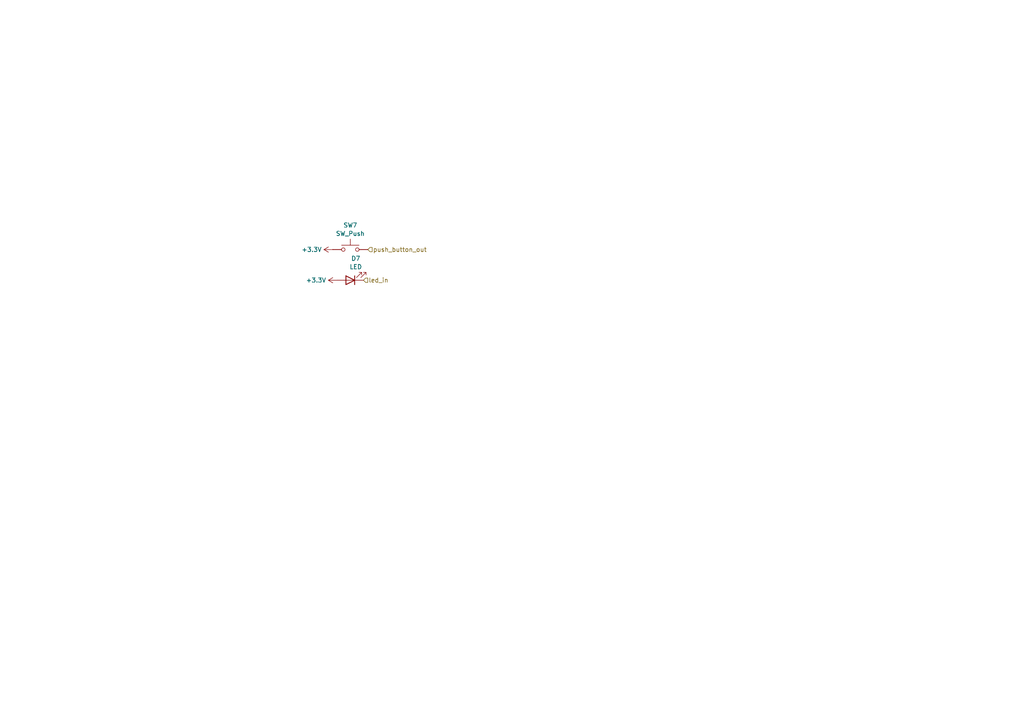
<source format=kicad_sch>
(kicad_sch
	(version 20231120)
	(generator "eeschema")
	(generator_version "8.0")
	(uuid "97a3ff3f-864f-4141-83ec-301b36dfd332")
	(paper "A4")
	(lib_symbols
		(symbol "Device:LED"
			(pin_numbers hide)
			(pin_names
				(offset 1.016) hide)
			(exclude_from_sim no)
			(in_bom yes)
			(on_board yes)
			(property "Reference" "D"
				(at 0 2.54 0)
				(effects
					(font
						(size 1.27 1.27)
					)
				)
			)
			(property "Value" "LED"
				(at 0 -2.54 0)
				(effects
					(font
						(size 1.27 1.27)
					)
				)
			)
			(property "Footprint" ""
				(at 0 0 0)
				(effects
					(font
						(size 1.27 1.27)
					)
					(hide yes)
				)
			)
			(property "Datasheet" "~"
				(at 0 0 0)
				(effects
					(font
						(size 1.27 1.27)
					)
					(hide yes)
				)
			)
			(property "Description" "Light emitting diode"
				(at 0 0 0)
				(effects
					(font
						(size 1.27 1.27)
					)
					(hide yes)
				)
			)
			(property "ki_keywords" "LED diode"
				(at 0 0 0)
				(effects
					(font
						(size 1.27 1.27)
					)
					(hide yes)
				)
			)
			(property "ki_fp_filters" "LED* LED_SMD:* LED_THT:*"
				(at 0 0 0)
				(effects
					(font
						(size 1.27 1.27)
					)
					(hide yes)
				)
			)
			(symbol "LED_0_1"
				(polyline
					(pts
						(xy -1.27 -1.27) (xy -1.27 1.27)
					)
					(stroke
						(width 0.254)
						(type default)
					)
					(fill
						(type none)
					)
				)
				(polyline
					(pts
						(xy -1.27 0) (xy 1.27 0)
					)
					(stroke
						(width 0)
						(type default)
					)
					(fill
						(type none)
					)
				)
				(polyline
					(pts
						(xy 1.27 -1.27) (xy 1.27 1.27) (xy -1.27 0) (xy 1.27 -1.27)
					)
					(stroke
						(width 0.254)
						(type default)
					)
					(fill
						(type none)
					)
				)
				(polyline
					(pts
						(xy -3.048 -0.762) (xy -4.572 -2.286) (xy -3.81 -2.286) (xy -4.572 -2.286) (xy -4.572 -1.524)
					)
					(stroke
						(width 0)
						(type default)
					)
					(fill
						(type none)
					)
				)
				(polyline
					(pts
						(xy -1.778 -0.762) (xy -3.302 -2.286) (xy -2.54 -2.286) (xy -3.302 -2.286) (xy -3.302 -1.524)
					)
					(stroke
						(width 0)
						(type default)
					)
					(fill
						(type none)
					)
				)
			)
			(symbol "LED_1_1"
				(pin passive line
					(at -3.81 0 0)
					(length 2.54)
					(name "K"
						(effects
							(font
								(size 1.27 1.27)
							)
						)
					)
					(number "1"
						(effects
							(font
								(size 1.27 1.27)
							)
						)
					)
				)
				(pin passive line
					(at 3.81 0 180)
					(length 2.54)
					(name "A"
						(effects
							(font
								(size 1.27 1.27)
							)
						)
					)
					(number "2"
						(effects
							(font
								(size 1.27 1.27)
							)
						)
					)
				)
			)
		)
		(symbol "Switch:SW_Push"
			(pin_numbers hide)
			(pin_names
				(offset 1.016) hide)
			(exclude_from_sim no)
			(in_bom yes)
			(on_board yes)
			(property "Reference" "SW"
				(at 1.27 2.54 0)
				(effects
					(font
						(size 1.27 1.27)
					)
					(justify left)
				)
			)
			(property "Value" "SW_Push"
				(at 0 -1.524 0)
				(effects
					(font
						(size 1.27 1.27)
					)
				)
			)
			(property "Footprint" ""
				(at 0 5.08 0)
				(effects
					(font
						(size 1.27 1.27)
					)
					(hide yes)
				)
			)
			(property "Datasheet" "~"
				(at 0 5.08 0)
				(effects
					(font
						(size 1.27 1.27)
					)
					(hide yes)
				)
			)
			(property "Description" "Push button switch, generic, two pins"
				(at 0 0 0)
				(effects
					(font
						(size 1.27 1.27)
					)
					(hide yes)
				)
			)
			(property "ki_keywords" "switch normally-open pushbutton push-button"
				(at 0 0 0)
				(effects
					(font
						(size 1.27 1.27)
					)
					(hide yes)
				)
			)
			(symbol "SW_Push_0_1"
				(circle
					(center -2.032 0)
					(radius 0.508)
					(stroke
						(width 0)
						(type default)
					)
					(fill
						(type none)
					)
				)
				(polyline
					(pts
						(xy 0 1.27) (xy 0 3.048)
					)
					(stroke
						(width 0)
						(type default)
					)
					(fill
						(type none)
					)
				)
				(polyline
					(pts
						(xy 2.54 1.27) (xy -2.54 1.27)
					)
					(stroke
						(width 0)
						(type default)
					)
					(fill
						(type none)
					)
				)
				(circle
					(center 2.032 0)
					(radius 0.508)
					(stroke
						(width 0)
						(type default)
					)
					(fill
						(type none)
					)
				)
				(pin passive line
					(at -5.08 0 0)
					(length 2.54)
					(name "1"
						(effects
							(font
								(size 1.27 1.27)
							)
						)
					)
					(number "1"
						(effects
							(font
								(size 1.27 1.27)
							)
						)
					)
				)
				(pin passive line
					(at 5.08 0 180)
					(length 2.54)
					(name "2"
						(effects
							(font
								(size 1.27 1.27)
							)
						)
					)
					(number "2"
						(effects
							(font
								(size 1.27 1.27)
							)
						)
					)
				)
			)
		)
		(symbol "power:+3.3V"
			(power)
			(pin_numbers hide)
			(pin_names
				(offset 0) hide)
			(exclude_from_sim no)
			(in_bom yes)
			(on_board yes)
			(property "Reference" "#PWR"
				(at 0 -3.81 0)
				(effects
					(font
						(size 1.27 1.27)
					)
					(hide yes)
				)
			)
			(property "Value" "+3.3V"
				(at 0 3.556 0)
				(effects
					(font
						(size 1.27 1.27)
					)
				)
			)
			(property "Footprint" ""
				(at 0 0 0)
				(effects
					(font
						(size 1.27 1.27)
					)
					(hide yes)
				)
			)
			(property "Datasheet" ""
				(at 0 0 0)
				(effects
					(font
						(size 1.27 1.27)
					)
					(hide yes)
				)
			)
			(property "Description" "Power symbol creates a global label with name \"+3.3V\""
				(at 0 0 0)
				(effects
					(font
						(size 1.27 1.27)
					)
					(hide yes)
				)
			)
			(property "ki_keywords" "global power"
				(at 0 0 0)
				(effects
					(font
						(size 1.27 1.27)
					)
					(hide yes)
				)
			)
			(symbol "+3.3V_0_1"
				(polyline
					(pts
						(xy -0.762 1.27) (xy 0 2.54)
					)
					(stroke
						(width 0)
						(type default)
					)
					(fill
						(type none)
					)
				)
				(polyline
					(pts
						(xy 0 0) (xy 0 2.54)
					)
					(stroke
						(width 0)
						(type default)
					)
					(fill
						(type none)
					)
				)
				(polyline
					(pts
						(xy 0 2.54) (xy 0.762 1.27)
					)
					(stroke
						(width 0)
						(type default)
					)
					(fill
						(type none)
					)
				)
			)
			(symbol "+3.3V_1_1"
				(pin power_in line
					(at 0 0 90)
					(length 0)
					(name "~"
						(effects
							(font
								(size 1.27 1.27)
							)
						)
					)
					(number "1"
						(effects
							(font
								(size 1.27 1.27)
							)
						)
					)
				)
			)
		)
	)
	(hierarchical_label "push_button_out"
		(shape input)
		(at 106.68 72.39 0)
		(effects
			(font
				(size 1.27 1.27)
			)
			(justify left)
		)
		(uuid "12c635ac-0516-4d66-9f3e-ec854c1cb8b8")
	)
	(hierarchical_label "led_in"
		(shape input)
		(at 105.41 81.28 0)
		(effects
			(font
				(size 1.27 1.27)
			)
			(justify left)
		)
		(uuid "ffb1f17d-775e-4189-a2c3-47ea3d477f39")
	)
	(symbol
		(lib_id "power:+3.3V")
		(at 97.79 81.28 90)
		(unit 1)
		(exclude_from_sim no)
		(in_bom yes)
		(on_board yes)
		(dnp no)
		(fields_autoplaced yes)
		(uuid "004edf7e-1085-4bf0-825b-a1cae5e38cf0")
		(property "Reference" "#PWR04"
			(at 101.6 81.28 0)
			(effects
				(font
					(size 1.27 1.27)
				)
				(hide yes)
			)
		)
		(property "Value" "+3.3V"
			(at 94.615 81.28 90)
			(effects
				(font
					(size 1.27 1.27)
				)
				(justify left)
			)
		)
		(property "Footprint" ""
			(at 97.79 81.28 0)
			(effects
				(font
					(size 1.27 1.27)
				)
				(hide yes)
			)
		)
		(property "Datasheet" ""
			(at 97.79 81.28 0)
			(effects
				(font
					(size 1.27 1.27)
				)
				(hide yes)
			)
		)
		(property "Description" "Power symbol creates a global label with name \"+3.3V\""
			(at 97.79 81.28 0)
			(effects
				(font
					(size 1.27 1.27)
				)
				(hide yes)
			)
		)
		(pin "1"
			(uuid "21704459-c59a-425e-b9d6-9e45d57b5e59")
		)
		(instances
			(project "MIDI_marble_sequencer_controls_channel_select"
				(path "/15c24bb2-2eb1-4d3e-858d-36190cb55ae6/10c71688-a200-4126-8601-4fa7d608b952"
					(reference "#PWR016")
					(unit 1)
				)
				(path "/15c24bb2-2eb1-4d3e-858d-36190cb55ae6/316fc669-9bc6-4fc6-b8ad-442676c26f19"
					(reference "#PWR018")
					(unit 1)
				)
				(path "/15c24bb2-2eb1-4d3e-858d-36190cb55ae6/49db60d1-23d6-4824-90b1-26e7b0aaadae"
					(reference "#PWR010")
					(unit 1)
				)
				(path "/15c24bb2-2eb1-4d3e-858d-36190cb55ae6/7abc23c8-ad68-4554-ba23-557ff67a9b34"
					(reference "#PWR04")
					(unit 1)
				)
				(path "/15c24bb2-2eb1-4d3e-858d-36190cb55ae6/cb8fe318-99a7-4729-8ee5-3cb428b07a2e"
					(reference "#PWR012")
					(unit 1)
				)
				(path "/15c24bb2-2eb1-4d3e-858d-36190cb55ae6/cc7da4b5-bf26-407e-96eb-377567ad59c9"
					(reference "#PWR08")
					(unit 1)
				)
				(path "/15c24bb2-2eb1-4d3e-858d-36190cb55ae6/df01aec9-e966-4497-8e39-aa0b796afd3d"
					(reference "#PWR06")
					(unit 1)
				)
				(path "/15c24bb2-2eb1-4d3e-858d-36190cb55ae6/f216880a-490f-4b29-8259-1689c050f250"
					(reference "#PWR014")
					(unit 1)
				)
			)
		)
	)
	(symbol
		(lib_id "power:+3.3V")
		(at 96.52 72.39 90)
		(unit 1)
		(exclude_from_sim no)
		(in_bom yes)
		(on_board yes)
		(dnp no)
		(fields_autoplaced yes)
		(uuid "529ee555-4cf6-48f6-af30-195e845aada0")
		(property "Reference" "#PWR05"
			(at 100.33 72.39 0)
			(effects
				(font
					(size 1.27 1.27)
				)
				(hide yes)
			)
		)
		(property "Value" "+3.3V"
			(at 93.345 72.39 90)
			(effects
				(font
					(size 1.27 1.27)
				)
				(justify left)
			)
		)
		(property "Footprint" ""
			(at 96.52 72.39 0)
			(effects
				(font
					(size 1.27 1.27)
				)
				(hide yes)
			)
		)
		(property "Datasheet" ""
			(at 96.52 72.39 0)
			(effects
				(font
					(size 1.27 1.27)
				)
				(hide yes)
			)
		)
		(property "Description" "Power symbol creates a global label with name \"+3.3V\""
			(at 96.52 72.39 0)
			(effects
				(font
					(size 1.27 1.27)
				)
				(hide yes)
			)
		)
		(pin "1"
			(uuid "06cf65a4-5fcc-4737-b47a-b2d6e5bafc14")
		)
		(instances
			(project "MIDI_marble_sequencer_controls_channel_select"
				(path "/15c24bb2-2eb1-4d3e-858d-36190cb55ae6/10c71688-a200-4126-8601-4fa7d608b952"
					(reference "#PWR015")
					(unit 1)
				)
				(path "/15c24bb2-2eb1-4d3e-858d-36190cb55ae6/316fc669-9bc6-4fc6-b8ad-442676c26f19"
					(reference "#PWR017")
					(unit 1)
				)
				(path "/15c24bb2-2eb1-4d3e-858d-36190cb55ae6/49db60d1-23d6-4824-90b1-26e7b0aaadae"
					(reference "#PWR09")
					(unit 1)
				)
				(path "/15c24bb2-2eb1-4d3e-858d-36190cb55ae6/7abc23c8-ad68-4554-ba23-557ff67a9b34"
					(reference "#PWR03")
					(unit 1)
				)
				(path "/15c24bb2-2eb1-4d3e-858d-36190cb55ae6/cb8fe318-99a7-4729-8ee5-3cb428b07a2e"
					(reference "#PWR011")
					(unit 1)
				)
				(path "/15c24bb2-2eb1-4d3e-858d-36190cb55ae6/cc7da4b5-bf26-407e-96eb-377567ad59c9"
					(reference "#PWR07")
					(unit 1)
				)
				(path "/15c24bb2-2eb1-4d3e-858d-36190cb55ae6/df01aec9-e966-4497-8e39-aa0b796afd3d"
					(reference "#PWR05")
					(unit 1)
				)
				(path "/15c24bb2-2eb1-4d3e-858d-36190cb55ae6/f216880a-490f-4b29-8259-1689c050f250"
					(reference "#PWR013")
					(unit 1)
				)
			)
		)
	)
	(symbol
		(lib_id "Switch:SW_Push")
		(at 101.6 72.39 0)
		(unit 1)
		(exclude_from_sim no)
		(in_bom yes)
		(on_board yes)
		(dnp no)
		(fields_autoplaced yes)
		(uuid "ab359eee-4cc5-43ac-8fdf-150090120ba5")
		(property "Reference" "SW1"
			(at 101.6 65.3245 0)
			(effects
				(font
					(size 1.27 1.27)
				)
			)
		)
		(property "Value" "SW_Push"
			(at 101.6 67.7488 0)
			(effects
				(font
					(size 1.27 1.27)
				)
			)
		)
		(property "Footprint" "Button_Switch_SMD:SW_Push_1TS009xxxx-xxxx-xxxx_6x6x5mm"
			(at 101.6 67.31 0)
			(effects
				(font
					(size 1.27 1.27)
				)
				(hide yes)
			)
		)
		(property "Datasheet" "~"
			(at 101.6 67.31 0)
			(effects
				(font
					(size 1.27 1.27)
				)
				(hide yes)
			)
		)
		(property "Description" "Push button switch, generic, two pins"
			(at 101.6 72.39 0)
			(effects
				(font
					(size 1.27 1.27)
				)
				(hide yes)
			)
		)
		(pin "2"
			(uuid "0817146e-e216-4ced-b1f7-8fce6c23b900")
		)
		(pin "1"
			(uuid "417e726f-ed86-4b08-9b8a-89efe5786bae")
		)
		(instances
			(project "MIDI_marble_sequencer_controls_channel_select"
				(path "/15c24bb2-2eb1-4d3e-858d-36190cb55ae6/10c71688-a200-4126-8601-4fa7d608b952"
					(reference "SW7")
					(unit 1)
				)
				(path "/15c24bb2-2eb1-4d3e-858d-36190cb55ae6/316fc669-9bc6-4fc6-b8ad-442676c26f19"
					(reference "SW8")
					(unit 1)
				)
				(path "/15c24bb2-2eb1-4d3e-858d-36190cb55ae6/49db60d1-23d6-4824-90b1-26e7b0aaadae"
					(reference "SW4")
					(unit 1)
				)
				(path "/15c24bb2-2eb1-4d3e-858d-36190cb55ae6/7abc23c8-ad68-4554-ba23-557ff67a9b34"
					(reference "SW1")
					(unit 1)
				)
				(path "/15c24bb2-2eb1-4d3e-858d-36190cb55ae6/cb8fe318-99a7-4729-8ee5-3cb428b07a2e"
					(reference "SW5")
					(unit 1)
				)
				(path "/15c24bb2-2eb1-4d3e-858d-36190cb55ae6/cc7da4b5-bf26-407e-96eb-377567ad59c9"
					(reference "SW3")
					(unit 1)
				)
				(path "/15c24bb2-2eb1-4d3e-858d-36190cb55ae6/df01aec9-e966-4497-8e39-aa0b796afd3d"
					(reference "SW2")
					(unit 1)
				)
				(path "/15c24bb2-2eb1-4d3e-858d-36190cb55ae6/f216880a-490f-4b29-8259-1689c050f250"
					(reference "SW6")
					(unit 1)
				)
			)
		)
	)
	(symbol
		(lib_id "Device:LED")
		(at 101.6 81.28 180)
		(unit 1)
		(exclude_from_sim no)
		(in_bom yes)
		(on_board yes)
		(dnp no)
		(fields_autoplaced yes)
		(uuid "e0ebaad7-b4cc-4ed1-9fef-2099d724c7fe")
		(property "Reference" "D2"
			(at 103.1875 74.9765 0)
			(effects
				(font
					(size 1.27 1.27)
				)
			)
		)
		(property "Value" "LED"
			(at 103.1875 77.4008 0)
			(effects
				(font
					(size 1.27 1.27)
				)
			)
		)
		(property "Footprint" "LED_THT:LED_D3.0mm"
			(at 101.6 81.28 0)
			(effects
				(font
					(size 1.27 1.27)
				)
				(hide yes)
			)
		)
		(property "Datasheet" "~"
			(at 101.6 81.28 0)
			(effects
				(font
					(size 1.27 1.27)
				)
				(hide yes)
			)
		)
		(property "Description" "Light emitting diode"
			(at 101.6 81.28 0)
			(effects
				(font
					(size 1.27 1.27)
				)
				(hide yes)
			)
		)
		(pin "2"
			(uuid "258b05a6-325f-4226-82ed-a44c2fddef86")
		)
		(pin "1"
			(uuid "caf7ce4f-0f2b-4552-ba4f-5fffb48b053e")
		)
		(instances
			(project "MIDI_marble_sequencer_controls_channel_select"
				(path "/15c24bb2-2eb1-4d3e-858d-36190cb55ae6/10c71688-a200-4126-8601-4fa7d608b952"
					(reference "D7")
					(unit 1)
				)
				(path "/15c24bb2-2eb1-4d3e-858d-36190cb55ae6/316fc669-9bc6-4fc6-b8ad-442676c26f19"
					(reference "D8")
					(unit 1)
				)
				(path "/15c24bb2-2eb1-4d3e-858d-36190cb55ae6/49db60d1-23d6-4824-90b1-26e7b0aaadae"
					(reference "D4")
					(unit 1)
				)
				(path "/15c24bb2-2eb1-4d3e-858d-36190cb55ae6/7abc23c8-ad68-4554-ba23-557ff67a9b34"
					(reference "D1")
					(unit 1)
				)
				(path "/15c24bb2-2eb1-4d3e-858d-36190cb55ae6/cb8fe318-99a7-4729-8ee5-3cb428b07a2e"
					(reference "D5")
					(unit 1)
				)
				(path "/15c24bb2-2eb1-4d3e-858d-36190cb55ae6/cc7da4b5-bf26-407e-96eb-377567ad59c9"
					(reference "D3")
					(unit 1)
				)
				(path "/15c24bb2-2eb1-4d3e-858d-36190cb55ae6/df01aec9-e966-4497-8e39-aa0b796afd3d"
					(reference "D2")
					(unit 1)
				)
				(path "/15c24bb2-2eb1-4d3e-858d-36190cb55ae6/f216880a-490f-4b29-8259-1689c050f250"
					(reference "D6")
					(unit 1)
				)
			)
		)
	)
)

</source>
